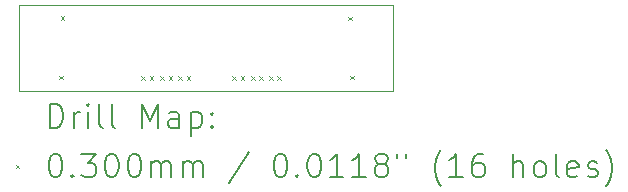
<source format=gbr>
%TF.GenerationSoftware,KiCad,Pcbnew,8.0.4*%
%TF.CreationDate,2024-09-11T11:48:57+03:00*%
%TF.ProjectId,LPF_146MHz,4c50465f-3134-4364-9d48-7a2e6b696361,rev?*%
%TF.SameCoordinates,Original*%
%TF.FileFunction,Drillmap*%
%TF.FilePolarity,Positive*%
%FSLAX45Y45*%
G04 Gerber Fmt 4.5, Leading zero omitted, Abs format (unit mm)*
G04 Created by KiCad (PCBNEW 8.0.4) date 2024-09-11 11:48:57*
%MOMM*%
%LPD*%
G01*
G04 APERTURE LIST*
%ADD10C,0.050000*%
%ADD11C,0.200000*%
%ADD12C,0.100000*%
G04 APERTURE END LIST*
D10*
X10403840Y-10434320D02*
X13568680Y-10434320D01*
X10403840Y-9707880D02*
X10403840Y-10434320D01*
X13568680Y-9707880D02*
X13568680Y-10434320D01*
X10403840Y-9707880D02*
X13568680Y-9707880D01*
D11*
D12*
X10739360Y-10307560D02*
X10769360Y-10337560D01*
X10769360Y-10307560D02*
X10739360Y-10337560D01*
X10754600Y-9804640D02*
X10784600Y-9834640D01*
X10784600Y-9804640D02*
X10754600Y-9834640D01*
X11435320Y-10312640D02*
X11465320Y-10342640D01*
X11465320Y-10312640D02*
X11435320Y-10342640D01*
X11506440Y-10312640D02*
X11536440Y-10342640D01*
X11536440Y-10312640D02*
X11506440Y-10342640D01*
X11597880Y-10312640D02*
X11627880Y-10342640D01*
X11627880Y-10312640D02*
X11597880Y-10342640D01*
X11669000Y-10312640D02*
X11699000Y-10342640D01*
X11699000Y-10312640D02*
X11669000Y-10342640D01*
X11750280Y-10312640D02*
X11780280Y-10342640D01*
X11780280Y-10312640D02*
X11750280Y-10342640D01*
X11821400Y-10312640D02*
X11851400Y-10342640D01*
X11851400Y-10312640D02*
X11821400Y-10342640D01*
X12207480Y-10312640D02*
X12237480Y-10342640D01*
X12237480Y-10312640D02*
X12207480Y-10342640D01*
X12278600Y-10312640D02*
X12308600Y-10342640D01*
X12308600Y-10312640D02*
X12278600Y-10342640D01*
X12364960Y-10312640D02*
X12394960Y-10342640D01*
X12394960Y-10312640D02*
X12364960Y-10342640D01*
X12436080Y-10312640D02*
X12466080Y-10342640D01*
X12466080Y-10312640D02*
X12436080Y-10342640D01*
X12517360Y-10312640D02*
X12547360Y-10342640D01*
X12547360Y-10312640D02*
X12517360Y-10342640D01*
X12588480Y-10312640D02*
X12618480Y-10342640D01*
X12618480Y-10312640D02*
X12588480Y-10342640D01*
X13187920Y-9809720D02*
X13217920Y-9839720D01*
X13217920Y-9809720D02*
X13187920Y-9839720D01*
X13203160Y-10307560D02*
X13233160Y-10337560D01*
X13233160Y-10307560D02*
X13203160Y-10337560D01*
D11*
X10662117Y-10748304D02*
X10662117Y-10548304D01*
X10662117Y-10548304D02*
X10709736Y-10548304D01*
X10709736Y-10548304D02*
X10738307Y-10557828D01*
X10738307Y-10557828D02*
X10757355Y-10576875D01*
X10757355Y-10576875D02*
X10766879Y-10595923D01*
X10766879Y-10595923D02*
X10776403Y-10634018D01*
X10776403Y-10634018D02*
X10776403Y-10662590D01*
X10776403Y-10662590D02*
X10766879Y-10700685D01*
X10766879Y-10700685D02*
X10757355Y-10719732D01*
X10757355Y-10719732D02*
X10738307Y-10738780D01*
X10738307Y-10738780D02*
X10709736Y-10748304D01*
X10709736Y-10748304D02*
X10662117Y-10748304D01*
X10862117Y-10748304D02*
X10862117Y-10614970D01*
X10862117Y-10653066D02*
X10871641Y-10634018D01*
X10871641Y-10634018D02*
X10881164Y-10624494D01*
X10881164Y-10624494D02*
X10900212Y-10614970D01*
X10900212Y-10614970D02*
X10919260Y-10614970D01*
X10985926Y-10748304D02*
X10985926Y-10614970D01*
X10985926Y-10548304D02*
X10976403Y-10557828D01*
X10976403Y-10557828D02*
X10985926Y-10567351D01*
X10985926Y-10567351D02*
X10995450Y-10557828D01*
X10995450Y-10557828D02*
X10985926Y-10548304D01*
X10985926Y-10548304D02*
X10985926Y-10567351D01*
X11109736Y-10748304D02*
X11090688Y-10738780D01*
X11090688Y-10738780D02*
X11081164Y-10719732D01*
X11081164Y-10719732D02*
X11081164Y-10548304D01*
X11214498Y-10748304D02*
X11195450Y-10738780D01*
X11195450Y-10738780D02*
X11185926Y-10719732D01*
X11185926Y-10719732D02*
X11185926Y-10548304D01*
X11443069Y-10748304D02*
X11443069Y-10548304D01*
X11443069Y-10548304D02*
X11509736Y-10691161D01*
X11509736Y-10691161D02*
X11576402Y-10548304D01*
X11576402Y-10548304D02*
X11576402Y-10748304D01*
X11757355Y-10748304D02*
X11757355Y-10643542D01*
X11757355Y-10643542D02*
X11747831Y-10624494D01*
X11747831Y-10624494D02*
X11728783Y-10614970D01*
X11728783Y-10614970D02*
X11690688Y-10614970D01*
X11690688Y-10614970D02*
X11671641Y-10624494D01*
X11757355Y-10738780D02*
X11738307Y-10748304D01*
X11738307Y-10748304D02*
X11690688Y-10748304D01*
X11690688Y-10748304D02*
X11671641Y-10738780D01*
X11671641Y-10738780D02*
X11662117Y-10719732D01*
X11662117Y-10719732D02*
X11662117Y-10700685D01*
X11662117Y-10700685D02*
X11671641Y-10681637D01*
X11671641Y-10681637D02*
X11690688Y-10672113D01*
X11690688Y-10672113D02*
X11738307Y-10672113D01*
X11738307Y-10672113D02*
X11757355Y-10662590D01*
X11852593Y-10614970D02*
X11852593Y-10814970D01*
X11852593Y-10624494D02*
X11871641Y-10614970D01*
X11871641Y-10614970D02*
X11909736Y-10614970D01*
X11909736Y-10614970D02*
X11928783Y-10624494D01*
X11928783Y-10624494D02*
X11938307Y-10634018D01*
X11938307Y-10634018D02*
X11947831Y-10653066D01*
X11947831Y-10653066D02*
X11947831Y-10710209D01*
X11947831Y-10710209D02*
X11938307Y-10729256D01*
X11938307Y-10729256D02*
X11928783Y-10738780D01*
X11928783Y-10738780D02*
X11909736Y-10748304D01*
X11909736Y-10748304D02*
X11871641Y-10748304D01*
X11871641Y-10748304D02*
X11852593Y-10738780D01*
X12033545Y-10729256D02*
X12043069Y-10738780D01*
X12043069Y-10738780D02*
X12033545Y-10748304D01*
X12033545Y-10748304D02*
X12024022Y-10738780D01*
X12024022Y-10738780D02*
X12033545Y-10729256D01*
X12033545Y-10729256D02*
X12033545Y-10748304D01*
X12033545Y-10624494D02*
X12043069Y-10634018D01*
X12043069Y-10634018D02*
X12033545Y-10643542D01*
X12033545Y-10643542D02*
X12024022Y-10634018D01*
X12024022Y-10634018D02*
X12033545Y-10624494D01*
X12033545Y-10624494D02*
X12033545Y-10643542D01*
D12*
X10371340Y-11061820D02*
X10401340Y-11091820D01*
X10401340Y-11061820D02*
X10371340Y-11091820D01*
D11*
X10700212Y-10968304D02*
X10719260Y-10968304D01*
X10719260Y-10968304D02*
X10738307Y-10977828D01*
X10738307Y-10977828D02*
X10747831Y-10987351D01*
X10747831Y-10987351D02*
X10757355Y-11006399D01*
X10757355Y-11006399D02*
X10766879Y-11044494D01*
X10766879Y-11044494D02*
X10766879Y-11092113D01*
X10766879Y-11092113D02*
X10757355Y-11130209D01*
X10757355Y-11130209D02*
X10747831Y-11149256D01*
X10747831Y-11149256D02*
X10738307Y-11158780D01*
X10738307Y-11158780D02*
X10719260Y-11168304D01*
X10719260Y-11168304D02*
X10700212Y-11168304D01*
X10700212Y-11168304D02*
X10681164Y-11158780D01*
X10681164Y-11158780D02*
X10671641Y-11149256D01*
X10671641Y-11149256D02*
X10662117Y-11130209D01*
X10662117Y-11130209D02*
X10652593Y-11092113D01*
X10652593Y-11092113D02*
X10652593Y-11044494D01*
X10652593Y-11044494D02*
X10662117Y-11006399D01*
X10662117Y-11006399D02*
X10671641Y-10987351D01*
X10671641Y-10987351D02*
X10681164Y-10977828D01*
X10681164Y-10977828D02*
X10700212Y-10968304D01*
X10852593Y-11149256D02*
X10862117Y-11158780D01*
X10862117Y-11158780D02*
X10852593Y-11168304D01*
X10852593Y-11168304D02*
X10843069Y-11158780D01*
X10843069Y-11158780D02*
X10852593Y-11149256D01*
X10852593Y-11149256D02*
X10852593Y-11168304D01*
X10928784Y-10968304D02*
X11052593Y-10968304D01*
X11052593Y-10968304D02*
X10985926Y-11044494D01*
X10985926Y-11044494D02*
X11014498Y-11044494D01*
X11014498Y-11044494D02*
X11033545Y-11054018D01*
X11033545Y-11054018D02*
X11043069Y-11063542D01*
X11043069Y-11063542D02*
X11052593Y-11082590D01*
X11052593Y-11082590D02*
X11052593Y-11130209D01*
X11052593Y-11130209D02*
X11043069Y-11149256D01*
X11043069Y-11149256D02*
X11033545Y-11158780D01*
X11033545Y-11158780D02*
X11014498Y-11168304D01*
X11014498Y-11168304D02*
X10957355Y-11168304D01*
X10957355Y-11168304D02*
X10938307Y-11158780D01*
X10938307Y-11158780D02*
X10928784Y-11149256D01*
X11176403Y-10968304D02*
X11195450Y-10968304D01*
X11195450Y-10968304D02*
X11214498Y-10977828D01*
X11214498Y-10977828D02*
X11224022Y-10987351D01*
X11224022Y-10987351D02*
X11233545Y-11006399D01*
X11233545Y-11006399D02*
X11243069Y-11044494D01*
X11243069Y-11044494D02*
X11243069Y-11092113D01*
X11243069Y-11092113D02*
X11233545Y-11130209D01*
X11233545Y-11130209D02*
X11224022Y-11149256D01*
X11224022Y-11149256D02*
X11214498Y-11158780D01*
X11214498Y-11158780D02*
X11195450Y-11168304D01*
X11195450Y-11168304D02*
X11176403Y-11168304D01*
X11176403Y-11168304D02*
X11157355Y-11158780D01*
X11157355Y-11158780D02*
X11147831Y-11149256D01*
X11147831Y-11149256D02*
X11138307Y-11130209D01*
X11138307Y-11130209D02*
X11128784Y-11092113D01*
X11128784Y-11092113D02*
X11128784Y-11044494D01*
X11128784Y-11044494D02*
X11138307Y-11006399D01*
X11138307Y-11006399D02*
X11147831Y-10987351D01*
X11147831Y-10987351D02*
X11157355Y-10977828D01*
X11157355Y-10977828D02*
X11176403Y-10968304D01*
X11366879Y-10968304D02*
X11385926Y-10968304D01*
X11385926Y-10968304D02*
X11404974Y-10977828D01*
X11404974Y-10977828D02*
X11414498Y-10987351D01*
X11414498Y-10987351D02*
X11424022Y-11006399D01*
X11424022Y-11006399D02*
X11433545Y-11044494D01*
X11433545Y-11044494D02*
X11433545Y-11092113D01*
X11433545Y-11092113D02*
X11424022Y-11130209D01*
X11424022Y-11130209D02*
X11414498Y-11149256D01*
X11414498Y-11149256D02*
X11404974Y-11158780D01*
X11404974Y-11158780D02*
X11385926Y-11168304D01*
X11385926Y-11168304D02*
X11366879Y-11168304D01*
X11366879Y-11168304D02*
X11347831Y-11158780D01*
X11347831Y-11158780D02*
X11338307Y-11149256D01*
X11338307Y-11149256D02*
X11328783Y-11130209D01*
X11328783Y-11130209D02*
X11319260Y-11092113D01*
X11319260Y-11092113D02*
X11319260Y-11044494D01*
X11319260Y-11044494D02*
X11328783Y-11006399D01*
X11328783Y-11006399D02*
X11338307Y-10987351D01*
X11338307Y-10987351D02*
X11347831Y-10977828D01*
X11347831Y-10977828D02*
X11366879Y-10968304D01*
X11519260Y-11168304D02*
X11519260Y-11034970D01*
X11519260Y-11054018D02*
X11528783Y-11044494D01*
X11528783Y-11044494D02*
X11547831Y-11034970D01*
X11547831Y-11034970D02*
X11576403Y-11034970D01*
X11576403Y-11034970D02*
X11595450Y-11044494D01*
X11595450Y-11044494D02*
X11604974Y-11063542D01*
X11604974Y-11063542D02*
X11604974Y-11168304D01*
X11604974Y-11063542D02*
X11614498Y-11044494D01*
X11614498Y-11044494D02*
X11633545Y-11034970D01*
X11633545Y-11034970D02*
X11662117Y-11034970D01*
X11662117Y-11034970D02*
X11681164Y-11044494D01*
X11681164Y-11044494D02*
X11690688Y-11063542D01*
X11690688Y-11063542D02*
X11690688Y-11168304D01*
X11785926Y-11168304D02*
X11785926Y-11034970D01*
X11785926Y-11054018D02*
X11795450Y-11044494D01*
X11795450Y-11044494D02*
X11814498Y-11034970D01*
X11814498Y-11034970D02*
X11843069Y-11034970D01*
X11843069Y-11034970D02*
X11862117Y-11044494D01*
X11862117Y-11044494D02*
X11871641Y-11063542D01*
X11871641Y-11063542D02*
X11871641Y-11168304D01*
X11871641Y-11063542D02*
X11881164Y-11044494D01*
X11881164Y-11044494D02*
X11900212Y-11034970D01*
X11900212Y-11034970D02*
X11928783Y-11034970D01*
X11928783Y-11034970D02*
X11947831Y-11044494D01*
X11947831Y-11044494D02*
X11957355Y-11063542D01*
X11957355Y-11063542D02*
X11957355Y-11168304D01*
X12347831Y-10958780D02*
X12176403Y-11215923D01*
X12604974Y-10968304D02*
X12624022Y-10968304D01*
X12624022Y-10968304D02*
X12643069Y-10977828D01*
X12643069Y-10977828D02*
X12652593Y-10987351D01*
X12652593Y-10987351D02*
X12662117Y-11006399D01*
X12662117Y-11006399D02*
X12671641Y-11044494D01*
X12671641Y-11044494D02*
X12671641Y-11092113D01*
X12671641Y-11092113D02*
X12662117Y-11130209D01*
X12662117Y-11130209D02*
X12652593Y-11149256D01*
X12652593Y-11149256D02*
X12643069Y-11158780D01*
X12643069Y-11158780D02*
X12624022Y-11168304D01*
X12624022Y-11168304D02*
X12604974Y-11168304D01*
X12604974Y-11168304D02*
X12585926Y-11158780D01*
X12585926Y-11158780D02*
X12576403Y-11149256D01*
X12576403Y-11149256D02*
X12566879Y-11130209D01*
X12566879Y-11130209D02*
X12557355Y-11092113D01*
X12557355Y-11092113D02*
X12557355Y-11044494D01*
X12557355Y-11044494D02*
X12566879Y-11006399D01*
X12566879Y-11006399D02*
X12576403Y-10987351D01*
X12576403Y-10987351D02*
X12585926Y-10977828D01*
X12585926Y-10977828D02*
X12604974Y-10968304D01*
X12757355Y-11149256D02*
X12766879Y-11158780D01*
X12766879Y-11158780D02*
X12757355Y-11168304D01*
X12757355Y-11168304D02*
X12747831Y-11158780D01*
X12747831Y-11158780D02*
X12757355Y-11149256D01*
X12757355Y-11149256D02*
X12757355Y-11168304D01*
X12890688Y-10968304D02*
X12909736Y-10968304D01*
X12909736Y-10968304D02*
X12928784Y-10977828D01*
X12928784Y-10977828D02*
X12938307Y-10987351D01*
X12938307Y-10987351D02*
X12947831Y-11006399D01*
X12947831Y-11006399D02*
X12957355Y-11044494D01*
X12957355Y-11044494D02*
X12957355Y-11092113D01*
X12957355Y-11092113D02*
X12947831Y-11130209D01*
X12947831Y-11130209D02*
X12938307Y-11149256D01*
X12938307Y-11149256D02*
X12928784Y-11158780D01*
X12928784Y-11158780D02*
X12909736Y-11168304D01*
X12909736Y-11168304D02*
X12890688Y-11168304D01*
X12890688Y-11168304D02*
X12871641Y-11158780D01*
X12871641Y-11158780D02*
X12862117Y-11149256D01*
X12862117Y-11149256D02*
X12852593Y-11130209D01*
X12852593Y-11130209D02*
X12843069Y-11092113D01*
X12843069Y-11092113D02*
X12843069Y-11044494D01*
X12843069Y-11044494D02*
X12852593Y-11006399D01*
X12852593Y-11006399D02*
X12862117Y-10987351D01*
X12862117Y-10987351D02*
X12871641Y-10977828D01*
X12871641Y-10977828D02*
X12890688Y-10968304D01*
X13147831Y-11168304D02*
X13033546Y-11168304D01*
X13090688Y-11168304D02*
X13090688Y-10968304D01*
X13090688Y-10968304D02*
X13071641Y-10996875D01*
X13071641Y-10996875D02*
X13052593Y-11015923D01*
X13052593Y-11015923D02*
X13033546Y-11025447D01*
X13338307Y-11168304D02*
X13224022Y-11168304D01*
X13281165Y-11168304D02*
X13281165Y-10968304D01*
X13281165Y-10968304D02*
X13262117Y-10996875D01*
X13262117Y-10996875D02*
X13243069Y-11015923D01*
X13243069Y-11015923D02*
X13224022Y-11025447D01*
X13452593Y-11054018D02*
X13433546Y-11044494D01*
X13433546Y-11044494D02*
X13424022Y-11034970D01*
X13424022Y-11034970D02*
X13414498Y-11015923D01*
X13414498Y-11015923D02*
X13414498Y-11006399D01*
X13414498Y-11006399D02*
X13424022Y-10987351D01*
X13424022Y-10987351D02*
X13433546Y-10977828D01*
X13433546Y-10977828D02*
X13452593Y-10968304D01*
X13452593Y-10968304D02*
X13490688Y-10968304D01*
X13490688Y-10968304D02*
X13509736Y-10977828D01*
X13509736Y-10977828D02*
X13519260Y-10987351D01*
X13519260Y-10987351D02*
X13528784Y-11006399D01*
X13528784Y-11006399D02*
X13528784Y-11015923D01*
X13528784Y-11015923D02*
X13519260Y-11034970D01*
X13519260Y-11034970D02*
X13509736Y-11044494D01*
X13509736Y-11044494D02*
X13490688Y-11054018D01*
X13490688Y-11054018D02*
X13452593Y-11054018D01*
X13452593Y-11054018D02*
X13433546Y-11063542D01*
X13433546Y-11063542D02*
X13424022Y-11073066D01*
X13424022Y-11073066D02*
X13414498Y-11092113D01*
X13414498Y-11092113D02*
X13414498Y-11130209D01*
X13414498Y-11130209D02*
X13424022Y-11149256D01*
X13424022Y-11149256D02*
X13433546Y-11158780D01*
X13433546Y-11158780D02*
X13452593Y-11168304D01*
X13452593Y-11168304D02*
X13490688Y-11168304D01*
X13490688Y-11168304D02*
X13509736Y-11158780D01*
X13509736Y-11158780D02*
X13519260Y-11149256D01*
X13519260Y-11149256D02*
X13528784Y-11130209D01*
X13528784Y-11130209D02*
X13528784Y-11092113D01*
X13528784Y-11092113D02*
X13519260Y-11073066D01*
X13519260Y-11073066D02*
X13509736Y-11063542D01*
X13509736Y-11063542D02*
X13490688Y-11054018D01*
X13604974Y-10968304D02*
X13604974Y-11006399D01*
X13681165Y-10968304D02*
X13681165Y-11006399D01*
X13976403Y-11244494D02*
X13966879Y-11234970D01*
X13966879Y-11234970D02*
X13947831Y-11206399D01*
X13947831Y-11206399D02*
X13938308Y-11187351D01*
X13938308Y-11187351D02*
X13928784Y-11158780D01*
X13928784Y-11158780D02*
X13919260Y-11111161D01*
X13919260Y-11111161D02*
X13919260Y-11073066D01*
X13919260Y-11073066D02*
X13928784Y-11025447D01*
X13928784Y-11025447D02*
X13938308Y-10996875D01*
X13938308Y-10996875D02*
X13947831Y-10977828D01*
X13947831Y-10977828D02*
X13966879Y-10949256D01*
X13966879Y-10949256D02*
X13976403Y-10939732D01*
X14157355Y-11168304D02*
X14043069Y-11168304D01*
X14100212Y-11168304D02*
X14100212Y-10968304D01*
X14100212Y-10968304D02*
X14081165Y-10996875D01*
X14081165Y-10996875D02*
X14062117Y-11015923D01*
X14062117Y-11015923D02*
X14043069Y-11025447D01*
X14328784Y-10968304D02*
X14290688Y-10968304D01*
X14290688Y-10968304D02*
X14271641Y-10977828D01*
X14271641Y-10977828D02*
X14262117Y-10987351D01*
X14262117Y-10987351D02*
X14243069Y-11015923D01*
X14243069Y-11015923D02*
X14233546Y-11054018D01*
X14233546Y-11054018D02*
X14233546Y-11130209D01*
X14233546Y-11130209D02*
X14243069Y-11149256D01*
X14243069Y-11149256D02*
X14252593Y-11158780D01*
X14252593Y-11158780D02*
X14271641Y-11168304D01*
X14271641Y-11168304D02*
X14309736Y-11168304D01*
X14309736Y-11168304D02*
X14328784Y-11158780D01*
X14328784Y-11158780D02*
X14338308Y-11149256D01*
X14338308Y-11149256D02*
X14347831Y-11130209D01*
X14347831Y-11130209D02*
X14347831Y-11082590D01*
X14347831Y-11082590D02*
X14338308Y-11063542D01*
X14338308Y-11063542D02*
X14328784Y-11054018D01*
X14328784Y-11054018D02*
X14309736Y-11044494D01*
X14309736Y-11044494D02*
X14271641Y-11044494D01*
X14271641Y-11044494D02*
X14252593Y-11054018D01*
X14252593Y-11054018D02*
X14243069Y-11063542D01*
X14243069Y-11063542D02*
X14233546Y-11082590D01*
X14585927Y-11168304D02*
X14585927Y-10968304D01*
X14671641Y-11168304D02*
X14671641Y-11063542D01*
X14671641Y-11063542D02*
X14662117Y-11044494D01*
X14662117Y-11044494D02*
X14643070Y-11034970D01*
X14643070Y-11034970D02*
X14614498Y-11034970D01*
X14614498Y-11034970D02*
X14595450Y-11044494D01*
X14595450Y-11044494D02*
X14585927Y-11054018D01*
X14795450Y-11168304D02*
X14776403Y-11158780D01*
X14776403Y-11158780D02*
X14766879Y-11149256D01*
X14766879Y-11149256D02*
X14757355Y-11130209D01*
X14757355Y-11130209D02*
X14757355Y-11073066D01*
X14757355Y-11073066D02*
X14766879Y-11054018D01*
X14766879Y-11054018D02*
X14776403Y-11044494D01*
X14776403Y-11044494D02*
X14795450Y-11034970D01*
X14795450Y-11034970D02*
X14824022Y-11034970D01*
X14824022Y-11034970D02*
X14843070Y-11044494D01*
X14843070Y-11044494D02*
X14852593Y-11054018D01*
X14852593Y-11054018D02*
X14862117Y-11073066D01*
X14862117Y-11073066D02*
X14862117Y-11130209D01*
X14862117Y-11130209D02*
X14852593Y-11149256D01*
X14852593Y-11149256D02*
X14843070Y-11158780D01*
X14843070Y-11158780D02*
X14824022Y-11168304D01*
X14824022Y-11168304D02*
X14795450Y-11168304D01*
X14976403Y-11168304D02*
X14957355Y-11158780D01*
X14957355Y-11158780D02*
X14947831Y-11139732D01*
X14947831Y-11139732D02*
X14947831Y-10968304D01*
X15128784Y-11158780D02*
X15109736Y-11168304D01*
X15109736Y-11168304D02*
X15071641Y-11168304D01*
X15071641Y-11168304D02*
X15052593Y-11158780D01*
X15052593Y-11158780D02*
X15043070Y-11139732D01*
X15043070Y-11139732D02*
X15043070Y-11063542D01*
X15043070Y-11063542D02*
X15052593Y-11044494D01*
X15052593Y-11044494D02*
X15071641Y-11034970D01*
X15071641Y-11034970D02*
X15109736Y-11034970D01*
X15109736Y-11034970D02*
X15128784Y-11044494D01*
X15128784Y-11044494D02*
X15138308Y-11063542D01*
X15138308Y-11063542D02*
X15138308Y-11082590D01*
X15138308Y-11082590D02*
X15043070Y-11101637D01*
X15214498Y-11158780D02*
X15233546Y-11168304D01*
X15233546Y-11168304D02*
X15271641Y-11168304D01*
X15271641Y-11168304D02*
X15290689Y-11158780D01*
X15290689Y-11158780D02*
X15300212Y-11139732D01*
X15300212Y-11139732D02*
X15300212Y-11130209D01*
X15300212Y-11130209D02*
X15290689Y-11111161D01*
X15290689Y-11111161D02*
X15271641Y-11101637D01*
X15271641Y-11101637D02*
X15243070Y-11101637D01*
X15243070Y-11101637D02*
X15224022Y-11092113D01*
X15224022Y-11092113D02*
X15214498Y-11073066D01*
X15214498Y-11073066D02*
X15214498Y-11063542D01*
X15214498Y-11063542D02*
X15224022Y-11044494D01*
X15224022Y-11044494D02*
X15243070Y-11034970D01*
X15243070Y-11034970D02*
X15271641Y-11034970D01*
X15271641Y-11034970D02*
X15290689Y-11044494D01*
X15366879Y-11244494D02*
X15376403Y-11234970D01*
X15376403Y-11234970D02*
X15395451Y-11206399D01*
X15395451Y-11206399D02*
X15404974Y-11187351D01*
X15404974Y-11187351D02*
X15414498Y-11158780D01*
X15414498Y-11158780D02*
X15424022Y-11111161D01*
X15424022Y-11111161D02*
X15424022Y-11073066D01*
X15424022Y-11073066D02*
X15414498Y-11025447D01*
X15414498Y-11025447D02*
X15404974Y-10996875D01*
X15404974Y-10996875D02*
X15395451Y-10977828D01*
X15395451Y-10977828D02*
X15376403Y-10949256D01*
X15376403Y-10949256D02*
X15366879Y-10939732D01*
M02*

</source>
